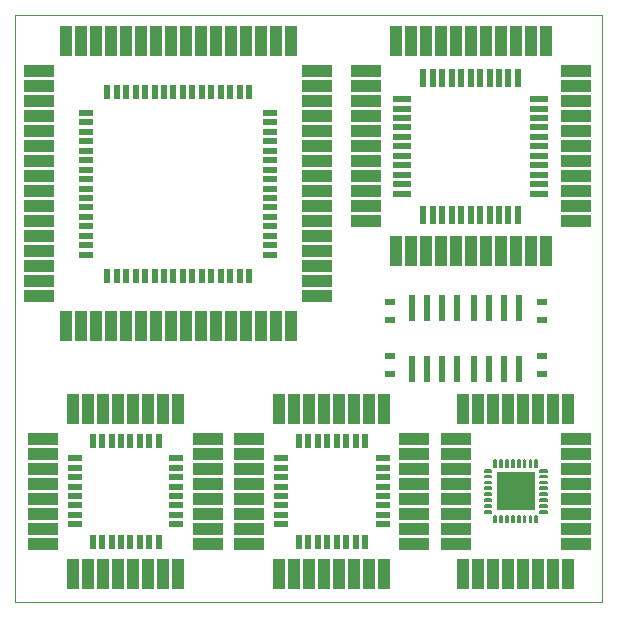
<source format=gtp>
G75*
%MOIN*%
%OFA0B0*%
%FSLAX25Y25*%
%IPPOS*%
%LPD*%
%AMOC8*
5,1,8,0,0,1.08239X$1,22.5*
%
%ADD10C,0.00000*%
%ADD11R,0.10000X0.04000*%
%ADD12R,0.04000X0.10000*%
%ADD13R,0.05000X0.02200*%
%ADD14R,0.02200X0.05000*%
%ADD15R,0.05906X0.01969*%
%ADD16R,0.01969X0.05906*%
%ADD17R,0.02200X0.04700*%
%ADD18R,0.04700X0.02200*%
%ADD19C,0.00591*%
%ADD20R,0.12598X0.12598*%
%ADD21R,0.02362X0.08661*%
%ADD22R,0.03543X0.02362*%
D10*
X0001000Y0001000D02*
X0001000Y0196850D01*
X0196850Y0196850D01*
X0196850Y0001000D01*
X0001000Y0001000D01*
D11*
X0010500Y0020500D03*
X0010500Y0025500D03*
X0010500Y0030500D03*
X0010500Y0035500D03*
X0010500Y0040500D03*
X0010500Y0045500D03*
X0010500Y0050500D03*
X0010500Y0055500D03*
X0009250Y0103000D03*
X0009250Y0108000D03*
X0009250Y0113000D03*
X0009250Y0118000D03*
X0009250Y0123000D03*
X0009250Y0128000D03*
X0009250Y0133000D03*
X0009250Y0138000D03*
X0009250Y0143000D03*
X0009250Y0148000D03*
X0009250Y0153000D03*
X0009250Y0158000D03*
X0009250Y0163000D03*
X0009250Y0168000D03*
X0009250Y0173000D03*
X0009250Y0178000D03*
X0101750Y0178000D03*
X0101750Y0173000D03*
X0101750Y0168000D03*
X0101750Y0163000D03*
X0101750Y0158000D03*
X0101750Y0153000D03*
X0101750Y0148000D03*
X0101750Y0143000D03*
X0101750Y0138000D03*
X0101750Y0133000D03*
X0101750Y0128000D03*
X0101750Y0123000D03*
X0101750Y0118000D03*
X0101750Y0113000D03*
X0101750Y0108000D03*
X0101750Y0103000D03*
X0118000Y0128000D03*
X0118000Y0133000D03*
X0118000Y0138000D03*
X0118000Y0143000D03*
X0118000Y0148000D03*
X0118000Y0153000D03*
X0118000Y0158000D03*
X0118000Y0163000D03*
X0118000Y0168000D03*
X0118000Y0173000D03*
X0118000Y0178000D03*
X0188000Y0178000D03*
X0188000Y0173000D03*
X0188000Y0168000D03*
X0188000Y0163000D03*
X0188000Y0158000D03*
X0188000Y0153000D03*
X0188000Y0148000D03*
X0188000Y0143000D03*
X0188000Y0138000D03*
X0188000Y0133000D03*
X0188000Y0128000D03*
X0188000Y0055500D03*
X0188000Y0050500D03*
X0188000Y0045500D03*
X0188000Y0040500D03*
X0188000Y0035500D03*
X0188000Y0030500D03*
X0188000Y0025500D03*
X0188000Y0020500D03*
X0148000Y0020500D03*
X0148000Y0025500D03*
X0148000Y0030500D03*
X0148000Y0035500D03*
X0148000Y0040500D03*
X0148000Y0045500D03*
X0148000Y0050500D03*
X0148000Y0055500D03*
X0134250Y0055500D03*
X0134250Y0050500D03*
X0134250Y0045500D03*
X0134250Y0040500D03*
X0134250Y0035500D03*
X0134250Y0030500D03*
X0134250Y0025500D03*
X0134250Y0020500D03*
X0079250Y0020500D03*
X0079250Y0025500D03*
X0079250Y0030500D03*
X0079250Y0035500D03*
X0079250Y0040500D03*
X0079250Y0045500D03*
X0079250Y0050500D03*
X0079250Y0055500D03*
X0065500Y0055500D03*
X0065500Y0050500D03*
X0065500Y0045500D03*
X0065500Y0040500D03*
X0065500Y0035500D03*
X0065500Y0030500D03*
X0065500Y0025500D03*
X0065500Y0020500D03*
D12*
X0055500Y0010500D03*
X0050500Y0010500D03*
X0045500Y0010500D03*
X0040500Y0010500D03*
X0035500Y0010500D03*
X0030500Y0010500D03*
X0025500Y0010500D03*
X0020500Y0010500D03*
X0020500Y0065500D03*
X0025500Y0065500D03*
X0030500Y0065500D03*
X0035500Y0065500D03*
X0040500Y0065500D03*
X0045500Y0065500D03*
X0050500Y0065500D03*
X0055500Y0065500D03*
X0053000Y0093000D03*
X0048000Y0093000D03*
X0043000Y0093000D03*
X0038000Y0093000D03*
X0033000Y0093000D03*
X0028000Y0093000D03*
X0023000Y0093000D03*
X0018000Y0093000D03*
X0058000Y0093000D03*
X0063000Y0093000D03*
X0068000Y0093000D03*
X0073000Y0093000D03*
X0078000Y0093000D03*
X0083000Y0093000D03*
X0088000Y0093000D03*
X0093000Y0093000D03*
X0094250Y0065500D03*
X0099250Y0065500D03*
X0104250Y0065500D03*
X0109250Y0065500D03*
X0114250Y0065500D03*
X0119250Y0065500D03*
X0124250Y0065500D03*
X0150500Y0065500D03*
X0155500Y0065500D03*
X0160500Y0065500D03*
X0165500Y0065500D03*
X0170500Y0065500D03*
X0175500Y0065500D03*
X0180500Y0065500D03*
X0185500Y0065500D03*
X0178000Y0118000D03*
X0173000Y0118000D03*
X0168000Y0118000D03*
X0163000Y0118000D03*
X0158000Y0118000D03*
X0153000Y0118000D03*
X0148000Y0118000D03*
X0143000Y0118000D03*
X0138000Y0118000D03*
X0133000Y0118000D03*
X0128000Y0118000D03*
X0089250Y0065500D03*
X0089250Y0010500D03*
X0094250Y0010500D03*
X0099250Y0010500D03*
X0104250Y0010500D03*
X0109250Y0010500D03*
X0114250Y0010500D03*
X0119250Y0010500D03*
X0124250Y0010500D03*
X0150500Y0010500D03*
X0155500Y0010500D03*
X0160500Y0010500D03*
X0165500Y0010500D03*
X0170500Y0010500D03*
X0175500Y0010500D03*
X0180500Y0010500D03*
X0185500Y0010500D03*
X0178000Y0188000D03*
X0173000Y0188000D03*
X0168000Y0188000D03*
X0163000Y0188000D03*
X0158000Y0188000D03*
X0153000Y0188000D03*
X0148000Y0188000D03*
X0143000Y0188000D03*
X0138000Y0188000D03*
X0133000Y0188000D03*
X0128000Y0188000D03*
X0093000Y0188000D03*
X0088000Y0188000D03*
X0083000Y0188000D03*
X0078000Y0188000D03*
X0073000Y0188000D03*
X0068000Y0188000D03*
X0063000Y0188000D03*
X0058000Y0188000D03*
X0053000Y0188000D03*
X0048000Y0188000D03*
X0043000Y0188000D03*
X0038000Y0188000D03*
X0033000Y0188000D03*
X0028000Y0188000D03*
X0023000Y0188000D03*
X0018000Y0188000D03*
D13*
X0021100Y0049024D03*
X0021100Y0045874D03*
X0021100Y0042724D03*
X0021100Y0039575D03*
X0021100Y0036425D03*
X0021100Y0033276D03*
X0021100Y0030126D03*
X0021100Y0026976D03*
X0054900Y0026976D03*
X0054900Y0030126D03*
X0054900Y0033276D03*
X0054900Y0036425D03*
X0054900Y0039575D03*
X0054900Y0042724D03*
X0054900Y0045874D03*
X0054900Y0049024D03*
X0089850Y0049024D03*
X0089850Y0045874D03*
X0089850Y0042724D03*
X0089850Y0039575D03*
X0089850Y0036425D03*
X0089850Y0033276D03*
X0089850Y0030126D03*
X0089850Y0026976D03*
X0123650Y0026976D03*
X0123650Y0030126D03*
X0123650Y0033276D03*
X0123650Y0036425D03*
X0123650Y0039575D03*
X0123650Y0042724D03*
X0123650Y0045874D03*
X0123650Y0049024D03*
D14*
X0117774Y0054900D03*
X0114624Y0054900D03*
X0111474Y0054900D03*
X0108325Y0054900D03*
X0105175Y0054900D03*
X0102026Y0054900D03*
X0098876Y0054900D03*
X0095726Y0054900D03*
X0095726Y0021100D03*
X0098876Y0021100D03*
X0102026Y0021100D03*
X0105175Y0021100D03*
X0108325Y0021100D03*
X0111474Y0021100D03*
X0114624Y0021100D03*
X0117774Y0021100D03*
X0049024Y0021100D03*
X0045874Y0021100D03*
X0042724Y0021100D03*
X0039575Y0021100D03*
X0036425Y0021100D03*
X0033276Y0021100D03*
X0030126Y0021100D03*
X0026976Y0021100D03*
X0026976Y0054900D03*
X0030126Y0054900D03*
X0033276Y0054900D03*
X0036425Y0054900D03*
X0039575Y0054900D03*
X0042724Y0054900D03*
X0045874Y0054900D03*
X0049024Y0054900D03*
D15*
X0130165Y0137252D03*
X0130165Y0140402D03*
X0130165Y0143551D03*
X0130165Y0146701D03*
X0130165Y0149850D03*
X0130165Y0153000D03*
X0130165Y0156150D03*
X0130165Y0159299D03*
X0130165Y0162449D03*
X0130165Y0165598D03*
X0130165Y0168748D03*
X0175835Y0168748D03*
X0175835Y0165598D03*
X0175835Y0162449D03*
X0175835Y0159299D03*
X0175835Y0156150D03*
X0175835Y0153000D03*
X0175835Y0149850D03*
X0175835Y0146701D03*
X0175835Y0143551D03*
X0175835Y0140402D03*
X0175835Y0137252D03*
D16*
X0168748Y0130165D03*
X0165598Y0130165D03*
X0162449Y0130165D03*
X0159299Y0130165D03*
X0156150Y0130165D03*
X0153000Y0130165D03*
X0149850Y0130165D03*
X0146701Y0130165D03*
X0143551Y0130165D03*
X0140402Y0130165D03*
X0137252Y0130165D03*
X0137252Y0175835D03*
X0140402Y0175835D03*
X0143551Y0175835D03*
X0146701Y0175835D03*
X0149850Y0175835D03*
X0153000Y0175835D03*
X0156150Y0175835D03*
X0159299Y0175835D03*
X0162449Y0175835D03*
X0165598Y0175835D03*
X0168748Y0175835D03*
D17*
X0079122Y0171209D03*
X0075972Y0171209D03*
X0072823Y0171209D03*
X0069673Y0171209D03*
X0066524Y0171209D03*
X0063374Y0171209D03*
X0060224Y0171209D03*
X0057075Y0171209D03*
X0053925Y0171209D03*
X0050776Y0171209D03*
X0047626Y0171209D03*
X0044476Y0171209D03*
X0041327Y0171209D03*
X0038177Y0171209D03*
X0035028Y0171209D03*
X0031878Y0171209D03*
X0031878Y0109791D03*
X0035028Y0109791D03*
X0038177Y0109791D03*
X0041327Y0109791D03*
X0044476Y0109791D03*
X0047626Y0109791D03*
X0050776Y0109791D03*
X0053925Y0109791D03*
X0057075Y0109791D03*
X0060224Y0109791D03*
X0063374Y0109791D03*
X0066524Y0109791D03*
X0069673Y0109791D03*
X0072823Y0109791D03*
X0075972Y0109791D03*
X0079122Y0109791D03*
D18*
X0086209Y0116878D03*
X0086209Y0120028D03*
X0086209Y0123177D03*
X0086209Y0126327D03*
X0086209Y0129476D03*
X0086209Y0132626D03*
X0086209Y0135776D03*
X0086209Y0138925D03*
X0086209Y0142075D03*
X0086209Y0145224D03*
X0086209Y0148374D03*
X0086209Y0151524D03*
X0086209Y0154673D03*
X0086209Y0157823D03*
X0086209Y0160972D03*
X0086209Y0164122D03*
X0024791Y0164122D03*
X0024791Y0160972D03*
X0024791Y0157823D03*
X0024791Y0154673D03*
X0024791Y0151524D03*
X0024791Y0148374D03*
X0024791Y0145224D03*
X0024791Y0142075D03*
X0024791Y0138925D03*
X0024791Y0135776D03*
X0024791Y0132626D03*
X0024791Y0129476D03*
X0024791Y0126327D03*
X0024791Y0123177D03*
X0024791Y0120028D03*
X0024791Y0116878D03*
D19*
X0157665Y0044595D02*
X0159831Y0044595D01*
X0157665Y0044595D02*
X0157665Y0045185D01*
X0159831Y0045185D01*
X0159831Y0044595D01*
X0159831Y0045185D02*
X0157665Y0045185D01*
X0157665Y0042626D02*
X0159831Y0042626D01*
X0157665Y0042626D02*
X0157665Y0043216D01*
X0159831Y0043216D01*
X0159831Y0042626D01*
X0159831Y0043216D02*
X0157665Y0043216D01*
X0157665Y0040658D02*
X0159831Y0040658D01*
X0157665Y0040658D02*
X0157665Y0041248D01*
X0159831Y0041248D01*
X0159831Y0040658D01*
X0159831Y0041248D02*
X0157665Y0041248D01*
X0157665Y0038689D02*
X0159831Y0038689D01*
X0157665Y0038689D02*
X0157665Y0039279D01*
X0159831Y0039279D01*
X0159831Y0038689D01*
X0159831Y0039279D02*
X0157665Y0039279D01*
X0157665Y0036721D02*
X0159831Y0036721D01*
X0157665Y0036721D02*
X0157665Y0037311D01*
X0159831Y0037311D01*
X0159831Y0036721D01*
X0159831Y0037311D02*
X0157665Y0037311D01*
X0157665Y0034752D02*
X0159831Y0034752D01*
X0157665Y0034752D02*
X0157665Y0035342D01*
X0159831Y0035342D01*
X0159831Y0034752D01*
X0159831Y0035342D02*
X0157665Y0035342D01*
X0157665Y0032784D02*
X0159831Y0032784D01*
X0157665Y0032784D02*
X0157665Y0033374D01*
X0159831Y0033374D01*
X0159831Y0032784D01*
X0159831Y0033374D02*
X0157665Y0033374D01*
X0157665Y0030815D02*
X0159831Y0030815D01*
X0157665Y0030815D02*
X0157665Y0031405D01*
X0159831Y0031405D01*
X0159831Y0030815D01*
X0159831Y0031405D02*
X0157665Y0031405D01*
X0160815Y0027665D02*
X0161405Y0027665D01*
X0160815Y0027665D02*
X0160815Y0029831D01*
X0161405Y0029831D01*
X0161405Y0027665D01*
X0161405Y0028255D02*
X0160815Y0028255D01*
X0160815Y0028845D02*
X0161405Y0028845D01*
X0161405Y0029435D02*
X0160815Y0029435D01*
X0162784Y0027665D02*
X0163374Y0027665D01*
X0162784Y0027665D02*
X0162784Y0029831D01*
X0163374Y0029831D01*
X0163374Y0027665D01*
X0163374Y0028255D02*
X0162784Y0028255D01*
X0162784Y0028845D02*
X0163374Y0028845D01*
X0163374Y0029435D02*
X0162784Y0029435D01*
X0164752Y0027665D02*
X0165342Y0027665D01*
X0164752Y0027665D02*
X0164752Y0029831D01*
X0165342Y0029831D01*
X0165342Y0027665D01*
X0165342Y0028255D02*
X0164752Y0028255D01*
X0164752Y0028845D02*
X0165342Y0028845D01*
X0165342Y0029435D02*
X0164752Y0029435D01*
X0166721Y0027665D02*
X0167311Y0027665D01*
X0166721Y0027665D02*
X0166721Y0029831D01*
X0167311Y0029831D01*
X0167311Y0027665D01*
X0167311Y0028255D02*
X0166721Y0028255D01*
X0166721Y0028845D02*
X0167311Y0028845D01*
X0167311Y0029435D02*
X0166721Y0029435D01*
X0168689Y0027665D02*
X0169279Y0027665D01*
X0168689Y0027665D02*
X0168689Y0029831D01*
X0169279Y0029831D01*
X0169279Y0027665D01*
X0169279Y0028255D02*
X0168689Y0028255D01*
X0168689Y0028845D02*
X0169279Y0028845D01*
X0169279Y0029435D02*
X0168689Y0029435D01*
X0170658Y0027665D02*
X0171248Y0027665D01*
X0170658Y0027665D02*
X0170658Y0029831D01*
X0171248Y0029831D01*
X0171248Y0027665D01*
X0171248Y0028255D02*
X0170658Y0028255D01*
X0170658Y0028845D02*
X0171248Y0028845D01*
X0171248Y0029435D02*
X0170658Y0029435D01*
X0172626Y0027665D02*
X0173216Y0027665D01*
X0172626Y0027665D02*
X0172626Y0029831D01*
X0173216Y0029831D01*
X0173216Y0027665D01*
X0173216Y0028255D02*
X0172626Y0028255D01*
X0172626Y0028845D02*
X0173216Y0028845D01*
X0173216Y0029435D02*
X0172626Y0029435D01*
X0174595Y0027665D02*
X0175185Y0027665D01*
X0174595Y0027665D02*
X0174595Y0029831D01*
X0175185Y0029831D01*
X0175185Y0027665D01*
X0175185Y0028255D02*
X0174595Y0028255D01*
X0174595Y0028845D02*
X0175185Y0028845D01*
X0175185Y0029435D02*
X0174595Y0029435D01*
X0176169Y0030815D02*
X0178335Y0030815D01*
X0176169Y0030815D02*
X0176169Y0031405D01*
X0178335Y0031405D01*
X0178335Y0030815D01*
X0178335Y0031405D02*
X0176169Y0031405D01*
X0176169Y0032784D02*
X0178335Y0032784D01*
X0176169Y0032784D02*
X0176169Y0033374D01*
X0178335Y0033374D01*
X0178335Y0032784D01*
X0178335Y0033374D02*
X0176169Y0033374D01*
X0176169Y0034752D02*
X0178335Y0034752D01*
X0176169Y0034752D02*
X0176169Y0035342D01*
X0178335Y0035342D01*
X0178335Y0034752D01*
X0178335Y0035342D02*
X0176169Y0035342D01*
X0176169Y0036721D02*
X0178335Y0036721D01*
X0176169Y0036721D02*
X0176169Y0037311D01*
X0178335Y0037311D01*
X0178335Y0036721D01*
X0178335Y0037311D02*
X0176169Y0037311D01*
X0176169Y0038689D02*
X0178335Y0038689D01*
X0176169Y0038689D02*
X0176169Y0039279D01*
X0178335Y0039279D01*
X0178335Y0038689D01*
X0178335Y0039279D02*
X0176169Y0039279D01*
X0176169Y0040658D02*
X0178335Y0040658D01*
X0176169Y0040658D02*
X0176169Y0041248D01*
X0178335Y0041248D01*
X0178335Y0040658D01*
X0178335Y0041248D02*
X0176169Y0041248D01*
X0176169Y0042626D02*
X0178335Y0042626D01*
X0176169Y0042626D02*
X0176169Y0043216D01*
X0178335Y0043216D01*
X0178335Y0042626D01*
X0178335Y0043216D02*
X0176169Y0043216D01*
X0176169Y0044595D02*
X0178335Y0044595D01*
X0176169Y0044595D02*
X0176169Y0045185D01*
X0178335Y0045185D01*
X0178335Y0044595D01*
X0178335Y0045185D02*
X0176169Y0045185D01*
X0175185Y0046169D02*
X0174595Y0046169D01*
X0174595Y0048335D01*
X0175185Y0048335D01*
X0175185Y0046169D01*
X0175185Y0046759D02*
X0174595Y0046759D01*
X0174595Y0047349D02*
X0175185Y0047349D01*
X0175185Y0047939D02*
X0174595Y0047939D01*
X0173216Y0046169D02*
X0172626Y0046169D01*
X0172626Y0048335D01*
X0173216Y0048335D01*
X0173216Y0046169D01*
X0173216Y0046759D02*
X0172626Y0046759D01*
X0172626Y0047349D02*
X0173216Y0047349D01*
X0173216Y0047939D02*
X0172626Y0047939D01*
X0171248Y0046169D02*
X0170658Y0046169D01*
X0170658Y0048335D01*
X0171248Y0048335D01*
X0171248Y0046169D01*
X0171248Y0046759D02*
X0170658Y0046759D01*
X0170658Y0047349D02*
X0171248Y0047349D01*
X0171248Y0047939D02*
X0170658Y0047939D01*
X0169279Y0046169D02*
X0168689Y0046169D01*
X0168689Y0048335D01*
X0169279Y0048335D01*
X0169279Y0046169D01*
X0169279Y0046759D02*
X0168689Y0046759D01*
X0168689Y0047349D02*
X0169279Y0047349D01*
X0169279Y0047939D02*
X0168689Y0047939D01*
X0167311Y0046169D02*
X0166721Y0046169D01*
X0166721Y0048335D01*
X0167311Y0048335D01*
X0167311Y0046169D01*
X0167311Y0046759D02*
X0166721Y0046759D01*
X0166721Y0047349D02*
X0167311Y0047349D01*
X0167311Y0047939D02*
X0166721Y0047939D01*
X0165342Y0046169D02*
X0164752Y0046169D01*
X0164752Y0048335D01*
X0165342Y0048335D01*
X0165342Y0046169D01*
X0165342Y0046759D02*
X0164752Y0046759D01*
X0164752Y0047349D02*
X0165342Y0047349D01*
X0165342Y0047939D02*
X0164752Y0047939D01*
X0163374Y0046169D02*
X0162784Y0046169D01*
X0162784Y0048335D01*
X0163374Y0048335D01*
X0163374Y0046169D01*
X0163374Y0046759D02*
X0162784Y0046759D01*
X0162784Y0047349D02*
X0163374Y0047349D01*
X0163374Y0047939D02*
X0162784Y0047939D01*
X0161405Y0046169D02*
X0160815Y0046169D01*
X0160815Y0048335D01*
X0161405Y0048335D01*
X0161405Y0046169D01*
X0161405Y0046759D02*
X0160815Y0046759D01*
X0160815Y0047349D02*
X0161405Y0047349D01*
X0161405Y0047939D02*
X0160815Y0047939D01*
D20*
X0168000Y0038000D03*
D21*
X0169250Y0078764D03*
X0164250Y0078764D03*
X0159250Y0078764D03*
X0154250Y0078764D03*
X0148500Y0078764D03*
X0143500Y0078764D03*
X0138500Y0078764D03*
X0133500Y0078764D03*
X0133500Y0099236D03*
X0138500Y0099236D03*
X0143500Y0099236D03*
X0148500Y0099236D03*
X0154250Y0099236D03*
X0159250Y0099236D03*
X0164250Y0099236D03*
X0169250Y0099236D03*
D22*
X0176750Y0100953D03*
X0176750Y0095047D03*
X0176750Y0082953D03*
X0176750Y0077047D03*
X0126000Y0077047D03*
X0126000Y0082953D03*
X0126000Y0095047D03*
X0126000Y0100953D03*
M02*

</source>
